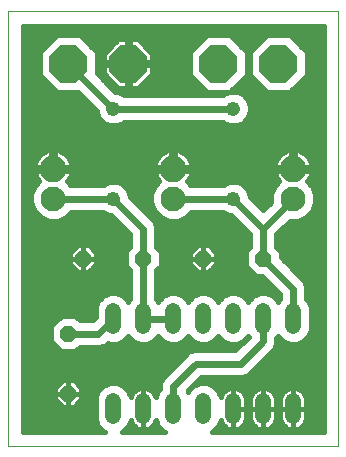
<source format=gtl>
G75*
G70*
%OFA0B0*%
%FSLAX24Y24*%
%IPPOS*%
%LPD*%
%AMOC8*
5,1,8,0,0,1.08239X$1,22.5*
%
%ADD10C,0.0000*%
%ADD11C,0.0520*%
%ADD12C,0.0886*%
%ADD13C,0.0827*%
%ADD14C,0.0476*%
%ADD15OC8,0.0520*%
%ADD16OC8,0.1250*%
%ADD17C,0.0160*%
%ADD18C,0.0240*%
D10*
X000180Y000180D02*
X000180Y014680D01*
X011180Y014680D01*
X011180Y000180D01*
X000180Y000180D01*
D11*
X003680Y001170D02*
X003680Y001690D01*
X004680Y001690D02*
X004680Y001170D01*
X005680Y001170D02*
X005680Y001690D01*
X006680Y001690D02*
X006680Y001170D01*
X007680Y001170D02*
X007680Y001690D01*
X008680Y001690D02*
X008680Y001170D01*
X009680Y001170D02*
X009680Y001690D01*
X009680Y004170D02*
X009680Y004690D01*
X008680Y004690D02*
X008680Y004170D01*
X007680Y004170D02*
X007680Y004690D01*
X006680Y004690D02*
X006680Y004170D01*
X005680Y004170D02*
X005680Y004690D01*
X004680Y004690D02*
X004680Y004170D01*
X003680Y004170D02*
X003680Y004690D01*
D12*
X001680Y009430D03*
X005680Y009430D03*
X009680Y009430D03*
D13*
X009680Y008430D03*
X005680Y008430D03*
X001680Y008430D03*
D14*
X003680Y008430D03*
X003680Y011430D03*
X007680Y011430D03*
X007680Y008430D03*
D15*
X006680Y006430D03*
X004680Y006430D03*
X002680Y006430D03*
X002180Y003930D03*
X002180Y001930D03*
X008680Y006430D03*
D16*
X009180Y012930D03*
X007180Y012930D03*
X004180Y012930D03*
X002180Y012930D03*
D17*
X002794Y013653D02*
X003764Y013653D01*
X003847Y013735D02*
X003375Y013263D01*
X003375Y012980D01*
X004130Y012980D01*
X004130Y013735D01*
X003847Y013735D01*
X003606Y013494D02*
X002952Y013494D01*
X003111Y013336D02*
X003447Y013336D01*
X003375Y013177D02*
X003125Y013177D01*
X003125Y013321D02*
X002571Y013875D01*
X001789Y013875D01*
X001235Y013321D01*
X001235Y012539D01*
X001789Y011985D01*
X002503Y011985D01*
X003122Y011366D01*
X003122Y011319D01*
X003207Y011114D01*
X003364Y010957D01*
X003569Y010872D01*
X003791Y010872D01*
X003996Y010957D01*
X004029Y010990D01*
X007331Y010990D01*
X007364Y010957D01*
X007569Y010872D01*
X007791Y010872D01*
X007996Y010957D01*
X008153Y011114D01*
X008238Y011319D01*
X008238Y011541D01*
X008153Y011746D01*
X007996Y011903D01*
X007791Y011988D01*
X007574Y011988D01*
X008125Y012539D01*
X008125Y013321D01*
X007571Y013875D01*
X006789Y013875D01*
X006235Y013321D01*
X006235Y012539D01*
X006789Y011985D01*
X007562Y011985D01*
X007364Y011903D01*
X007331Y011870D01*
X004029Y011870D01*
X003996Y011903D01*
X003791Y011988D01*
X003744Y011988D01*
X003125Y012607D01*
X003125Y013321D01*
X003125Y013019D02*
X003375Y013019D01*
X003375Y012880D02*
X003375Y012597D01*
X003847Y012125D01*
X004130Y012125D01*
X004130Y012880D01*
X004230Y012880D01*
X004230Y012980D01*
X004985Y012980D01*
X004985Y013263D01*
X004513Y013735D01*
X004230Y013735D01*
X004230Y012980D01*
X004130Y012980D01*
X004130Y012880D01*
X003375Y012880D01*
X003375Y012860D02*
X003125Y012860D01*
X003125Y012702D02*
X003375Y012702D01*
X003429Y012543D02*
X003189Y012543D01*
X003348Y012385D02*
X003587Y012385D01*
X003506Y012226D02*
X003746Y012226D01*
X003665Y012068D02*
X006706Y012068D01*
X006548Y012226D02*
X004614Y012226D01*
X004513Y012125D02*
X004985Y012597D01*
X004985Y012880D01*
X004230Y012880D01*
X004230Y012125D01*
X004513Y012125D01*
X004230Y012226D02*
X004130Y012226D01*
X004130Y012385D02*
X004230Y012385D01*
X004230Y012543D02*
X004130Y012543D01*
X004130Y012702D02*
X004230Y012702D01*
X004230Y012860D02*
X004130Y012860D01*
X004130Y013019D02*
X004230Y013019D01*
X004230Y013177D02*
X004130Y013177D01*
X004130Y013336D02*
X004230Y013336D01*
X004230Y013494D02*
X004130Y013494D01*
X004130Y013653D02*
X004230Y013653D01*
X004596Y013653D02*
X006566Y013653D01*
X006408Y013494D02*
X004754Y013494D01*
X004913Y013336D02*
X006249Y013336D01*
X006235Y013177D02*
X004985Y013177D01*
X004985Y013019D02*
X006235Y013019D01*
X006235Y012860D02*
X004985Y012860D01*
X004985Y012702D02*
X006235Y012702D01*
X006235Y012543D02*
X004931Y012543D01*
X004773Y012385D02*
X006389Y012385D01*
X007379Y011909D02*
X003981Y011909D01*
X003997Y010958D02*
X007363Y010958D01*
X007997Y010958D02*
X010700Y010958D01*
X010700Y010800D02*
X000660Y010800D01*
X000660Y010958D02*
X003363Y010958D01*
X003206Y011117D02*
X000660Y011117D01*
X000660Y011275D02*
X003140Y011275D01*
X003054Y011434D02*
X000660Y011434D01*
X000660Y011592D02*
X002896Y011592D01*
X002737Y011751D02*
X000660Y011751D01*
X000660Y011909D02*
X002579Y011909D01*
X001706Y012068D02*
X000660Y012068D01*
X000660Y012226D02*
X001548Y012226D01*
X001389Y012385D02*
X000660Y012385D01*
X000660Y012543D02*
X001235Y012543D01*
X001235Y012702D02*
X000660Y012702D01*
X000660Y012860D02*
X001235Y012860D01*
X001235Y013019D02*
X000660Y013019D01*
X000660Y013177D02*
X001235Y013177D01*
X001249Y013336D02*
X000660Y013336D01*
X000660Y013494D02*
X001408Y013494D01*
X001566Y013653D02*
X000660Y013653D01*
X000660Y013811D02*
X001725Y013811D01*
X002635Y013811D02*
X006725Y013811D01*
X007635Y013811D02*
X008725Y013811D01*
X008789Y013875D02*
X008235Y013321D01*
X008235Y012539D01*
X008789Y011985D01*
X009571Y011985D01*
X010125Y012539D01*
X010125Y013321D01*
X009571Y013875D01*
X008789Y013875D01*
X008566Y013653D02*
X007794Y013653D01*
X007952Y013494D02*
X008408Y013494D01*
X008249Y013336D02*
X008111Y013336D01*
X008125Y013177D02*
X008235Y013177D01*
X008235Y013019D02*
X008125Y013019D01*
X008125Y012860D02*
X008235Y012860D01*
X008235Y012702D02*
X008125Y012702D01*
X008125Y012543D02*
X008235Y012543D01*
X008389Y012385D02*
X007971Y012385D01*
X007812Y012226D02*
X008548Y012226D01*
X008706Y012068D02*
X007654Y012068D01*
X007981Y011909D02*
X010700Y011909D01*
X010700Y011751D02*
X008148Y011751D01*
X008217Y011592D02*
X010700Y011592D01*
X010700Y011434D02*
X008238Y011434D01*
X008220Y011275D02*
X010700Y011275D01*
X010700Y011117D02*
X008154Y011117D01*
X009205Y009836D02*
X009147Y009756D01*
X009103Y009669D01*
X009072Y009576D01*
X009060Y009498D01*
X009612Y009498D01*
X009612Y009362D01*
X009060Y009362D01*
X009072Y009284D01*
X009103Y009191D01*
X009147Y009104D01*
X009205Y009024D01*
X009221Y009008D01*
X009058Y008845D01*
X008947Y008576D01*
X008947Y008319D01*
X008680Y008052D01*
X008238Y008494D01*
X008238Y008541D01*
X008153Y008746D01*
X007996Y008903D01*
X007791Y008988D01*
X007569Y008988D01*
X007364Y008903D01*
X007331Y008870D01*
X006277Y008870D01*
X006139Y009008D01*
X006155Y009024D01*
X006213Y009104D01*
X006257Y009191D01*
X006288Y009284D01*
X006300Y009362D01*
X005748Y009362D01*
X005748Y009498D01*
X005612Y009498D01*
X005612Y009362D01*
X005060Y009362D01*
X005072Y009284D01*
X005103Y009191D01*
X005147Y009104D01*
X005205Y009024D01*
X005221Y009008D01*
X005058Y008845D01*
X004947Y008576D01*
X004947Y008284D01*
X005058Y008015D01*
X005265Y007808D01*
X005534Y007697D01*
X005826Y007697D01*
X006095Y007808D01*
X006277Y007990D01*
X007331Y007990D01*
X007364Y007957D01*
X007569Y007872D01*
X007616Y007872D01*
X008240Y007248D01*
X008240Y006810D01*
X008100Y006670D01*
X008100Y006190D01*
X008440Y005850D01*
X008638Y005850D01*
X009240Y005248D01*
X009240Y005070D01*
X009188Y005019D01*
X009180Y004999D01*
X009172Y005019D01*
X009009Y005182D01*
X008795Y005270D01*
X008565Y005270D01*
X008351Y005182D01*
X008188Y005019D01*
X008180Y004999D01*
X008172Y005019D01*
X008009Y005182D01*
X007795Y005270D01*
X007565Y005270D01*
X007351Y005182D01*
X007188Y005019D01*
X007180Y004999D01*
X007172Y005019D01*
X007009Y005182D01*
X006795Y005270D01*
X006565Y005270D01*
X006351Y005182D01*
X006188Y005019D01*
X006180Y004999D01*
X006172Y005019D01*
X006009Y005182D01*
X005795Y005270D01*
X005565Y005270D01*
X005351Y005182D01*
X005188Y005019D01*
X005180Y004999D01*
X005172Y005019D01*
X005120Y005070D01*
X005120Y006050D01*
X005260Y006190D01*
X005260Y006670D01*
X005120Y006810D01*
X005120Y007518D01*
X005053Y007679D01*
X004238Y008494D01*
X004238Y008541D01*
X004153Y008746D01*
X003996Y008903D01*
X003791Y008988D01*
X003569Y008988D01*
X003364Y008903D01*
X003331Y008870D01*
X002277Y008870D01*
X002139Y009008D01*
X002155Y009024D01*
X002213Y009104D01*
X002257Y009191D01*
X002288Y009284D01*
X002300Y009362D01*
X001748Y009362D01*
X001748Y009498D01*
X001612Y009498D01*
X001612Y009362D01*
X001060Y009362D01*
X001072Y009284D01*
X001103Y009191D01*
X001147Y009104D01*
X001205Y009024D01*
X001221Y009008D01*
X001058Y008845D01*
X000947Y008576D01*
X000947Y008284D01*
X001058Y008015D01*
X001265Y007808D01*
X001534Y007697D01*
X001826Y007697D01*
X002095Y007808D01*
X002277Y007990D01*
X003331Y007990D01*
X003364Y007957D01*
X003569Y007872D01*
X003616Y007872D01*
X004240Y007248D01*
X004240Y006810D01*
X004100Y006670D01*
X004100Y006190D01*
X004240Y006050D01*
X004240Y005070D01*
X004188Y005019D01*
X004180Y004999D01*
X004172Y005019D01*
X004009Y005182D01*
X003795Y005270D01*
X003565Y005270D01*
X003351Y005182D01*
X003188Y005019D01*
X003100Y004805D01*
X003100Y004472D01*
X002998Y004370D01*
X002560Y004370D01*
X002420Y004510D01*
X001940Y004510D01*
X001600Y004170D01*
X001600Y003690D01*
X001940Y003350D01*
X002420Y003350D01*
X002560Y003490D01*
X003268Y003490D01*
X003429Y003557D01*
X003492Y003620D01*
X003565Y003590D01*
X003795Y003590D01*
X004009Y003678D01*
X004172Y003841D01*
X004180Y003861D01*
X004188Y003841D01*
X004351Y003678D01*
X004565Y003590D01*
X004795Y003590D01*
X005009Y003678D01*
X005172Y003841D01*
X005180Y003861D01*
X005188Y003841D01*
X005351Y003678D01*
X005565Y003590D01*
X005795Y003590D01*
X006009Y003678D01*
X006172Y003841D01*
X006180Y003861D01*
X006188Y003841D01*
X006351Y003678D01*
X006565Y003590D01*
X006795Y003590D01*
X007009Y003678D01*
X007172Y003841D01*
X007180Y003861D01*
X007188Y003841D01*
X007351Y003678D01*
X007565Y003590D01*
X007795Y003590D01*
X008009Y003678D01*
X008172Y003841D01*
X008180Y003861D01*
X008188Y003841D01*
X008204Y003826D01*
X007748Y003370D01*
X006342Y003370D01*
X006181Y003303D01*
X006057Y003179D01*
X005307Y002429D01*
X005240Y002268D01*
X005240Y002070D01*
X005188Y002019D01*
X005103Y001812D01*
X005088Y001859D01*
X005056Y001921D01*
X005016Y001977D01*
X004967Y002026D01*
X004911Y002066D01*
X004849Y002098D01*
X004783Y002119D01*
X004715Y002130D01*
X004680Y002130D01*
X004680Y001430D01*
X004680Y001430D01*
X004680Y000730D01*
X004715Y000730D01*
X004783Y000741D01*
X004849Y000762D01*
X004911Y000794D01*
X004967Y000834D01*
X005016Y000883D01*
X005056Y000939D01*
X005088Y001001D01*
X005103Y001048D01*
X005188Y000841D01*
X005351Y000678D01*
X005396Y000660D01*
X003964Y000660D01*
X004009Y000678D01*
X004172Y000841D01*
X004257Y001048D01*
X004272Y001001D01*
X004304Y000939D01*
X004344Y000883D01*
X004393Y000834D01*
X004449Y000794D01*
X004511Y000762D01*
X004577Y000741D01*
X004645Y000730D01*
X004680Y000730D01*
X004680Y001430D01*
X004680Y001430D01*
X004680Y002130D01*
X004645Y002130D01*
X004577Y002119D01*
X004511Y002098D01*
X004449Y002066D01*
X004393Y002026D01*
X004344Y001977D01*
X004304Y001921D01*
X004272Y001859D01*
X004257Y001812D01*
X004172Y002019D01*
X004009Y002182D01*
X003795Y002270D01*
X003565Y002270D01*
X003351Y002182D01*
X003188Y002019D01*
X003100Y001805D01*
X003100Y001055D01*
X003188Y000841D01*
X003351Y000678D01*
X003396Y000660D01*
X000660Y000660D01*
X000660Y014200D01*
X010700Y014200D01*
X010700Y000660D01*
X006964Y000660D01*
X007009Y000678D01*
X007172Y000841D01*
X007257Y001048D01*
X007272Y001001D01*
X007304Y000939D01*
X007344Y000883D01*
X007393Y000834D01*
X007449Y000794D01*
X007511Y000762D01*
X007577Y000741D01*
X007645Y000730D01*
X007680Y000730D01*
X007715Y000730D01*
X007783Y000741D01*
X007849Y000762D01*
X007911Y000794D01*
X007967Y000834D01*
X008016Y000883D01*
X008056Y000939D01*
X008088Y001001D01*
X008109Y001067D01*
X008120Y001135D01*
X008120Y001430D01*
X008120Y001725D01*
X008109Y001793D01*
X008088Y001859D01*
X008056Y001921D01*
X008016Y001977D01*
X007967Y002026D01*
X007911Y002066D01*
X007849Y002098D01*
X007783Y002119D01*
X007715Y002130D01*
X007680Y002130D01*
X007680Y001430D01*
X007680Y001430D01*
X008120Y001430D01*
X007680Y001430D01*
X007680Y001430D01*
X007680Y002130D01*
X007645Y002130D01*
X007577Y002119D01*
X007511Y002098D01*
X007449Y002066D01*
X007393Y002026D01*
X007344Y001977D01*
X007304Y001921D01*
X007272Y001859D01*
X007257Y001812D01*
X007172Y002019D01*
X007009Y002182D01*
X006795Y002270D01*
X006565Y002270D01*
X006351Y002182D01*
X006188Y002019D01*
X006180Y001999D01*
X006172Y002019D01*
X006156Y002034D01*
X006612Y002490D01*
X008018Y002490D01*
X008179Y002557D01*
X008929Y003307D01*
X009053Y003431D01*
X009120Y003592D01*
X009120Y003790D01*
X009172Y003841D01*
X009180Y003861D01*
X009188Y003841D01*
X009351Y003678D01*
X009565Y003590D01*
X009795Y003590D01*
X010009Y003678D01*
X010172Y003841D01*
X010260Y004055D01*
X010260Y004805D01*
X010172Y005019D01*
X010120Y005070D01*
X010120Y005518D01*
X010053Y005679D01*
X009260Y006472D01*
X009260Y006670D01*
X009120Y006810D01*
X009120Y007248D01*
X009569Y007697D01*
X009826Y007697D01*
X010095Y007808D01*
X010302Y008015D01*
X010413Y008284D01*
X010413Y008576D01*
X010302Y008845D01*
X010139Y009008D01*
X010155Y009024D01*
X010213Y009104D01*
X010257Y009191D01*
X010288Y009284D01*
X010300Y009362D01*
X009748Y009362D01*
X009748Y009498D01*
X009612Y009498D01*
X009612Y010050D01*
X009534Y010038D01*
X009441Y010007D01*
X009354Y009963D01*
X009274Y009905D01*
X009205Y009836D01*
X009218Y009849D02*
X006142Y009849D01*
X006155Y009836D02*
X006086Y009905D01*
X006006Y009963D01*
X005919Y010007D01*
X005826Y010038D01*
X005748Y010050D01*
X005748Y009498D01*
X006300Y009498D01*
X006288Y009576D01*
X006257Y009669D01*
X006213Y009756D01*
X006155Y009836D01*
X006247Y009690D02*
X009113Y009690D01*
X009065Y009532D02*
X006295Y009532D01*
X006265Y009215D02*
X009095Y009215D01*
X009182Y009056D02*
X006178Y009056D01*
X006250Y008898D02*
X007359Y008898D01*
X008001Y008898D02*
X009110Y008898D01*
X009014Y008739D02*
X008156Y008739D01*
X008221Y008581D02*
X008949Y008581D01*
X008947Y008422D02*
X008310Y008422D01*
X008469Y008264D02*
X008891Y008264D01*
X008733Y008105D02*
X008627Y008105D01*
X008017Y007471D02*
X005120Y007471D01*
X005120Y007313D02*
X008175Y007313D01*
X008240Y007154D02*
X005120Y007154D01*
X005120Y006996D02*
X008240Y006996D01*
X008240Y006837D02*
X006895Y006837D01*
X006862Y006870D02*
X006680Y006870D01*
X006680Y006430D01*
X007120Y006430D01*
X007120Y006612D01*
X006862Y006870D01*
X006680Y006870D02*
X006498Y006870D01*
X006240Y006612D01*
X006240Y006430D01*
X006680Y006430D01*
X006680Y006430D01*
X006680Y006430D01*
X007120Y006430D01*
X007120Y006248D01*
X006862Y005990D01*
X006680Y005990D01*
X006680Y006430D01*
X006680Y006430D01*
X006680Y006430D01*
X006680Y006870D01*
X006680Y006837D02*
X006680Y006837D01*
X006680Y006679D02*
X006680Y006679D01*
X006680Y006520D02*
X006680Y006520D01*
X006680Y006430D02*
X006240Y006430D01*
X006240Y006248D01*
X006498Y005990D01*
X006680Y005990D01*
X006680Y006430D01*
X006680Y006362D02*
X006680Y006362D01*
X006680Y006203D02*
X006680Y006203D01*
X006680Y006045D02*
X006680Y006045D01*
X006917Y006045D02*
X008245Y006045D01*
X008100Y006203D02*
X007075Y006203D01*
X007120Y006362D02*
X008100Y006362D01*
X008100Y006520D02*
X007120Y006520D01*
X007054Y006679D02*
X008108Y006679D01*
X008404Y005886D02*
X005120Y005886D01*
X005120Y005728D02*
X008760Y005728D01*
X008919Y005569D02*
X005120Y005569D01*
X005120Y005411D02*
X009077Y005411D01*
X009236Y005252D02*
X008839Y005252D01*
X008521Y005252D02*
X007839Y005252D01*
X008097Y005094D02*
X008263Y005094D01*
X007521Y005252D02*
X006839Y005252D01*
X007097Y005094D02*
X007263Y005094D01*
X006521Y005252D02*
X005839Y005252D01*
X006097Y005094D02*
X006263Y005094D01*
X006443Y006045D02*
X005120Y006045D01*
X005260Y006203D02*
X006285Y006203D01*
X006240Y006362D02*
X005260Y006362D01*
X005260Y006520D02*
X006240Y006520D01*
X006306Y006679D02*
X005252Y006679D01*
X005120Y006837D02*
X006465Y006837D01*
X006047Y007788D02*
X007700Y007788D01*
X007858Y007630D02*
X005074Y007630D01*
X004944Y007788D02*
X005313Y007788D01*
X005126Y007947D02*
X004786Y007947D01*
X004627Y008105D02*
X005021Y008105D01*
X004955Y008264D02*
X004469Y008264D01*
X004310Y008422D02*
X004947Y008422D01*
X004949Y008581D02*
X004221Y008581D01*
X004156Y008739D02*
X005014Y008739D01*
X005110Y008898D02*
X004001Y008898D01*
X003359Y008898D02*
X002250Y008898D01*
X002178Y009056D02*
X005182Y009056D01*
X005095Y009215D02*
X002265Y009215D01*
X002300Y009498D02*
X002288Y009576D01*
X002257Y009669D01*
X002213Y009756D01*
X002155Y009836D01*
X002086Y009905D01*
X002006Y009963D01*
X001919Y010007D01*
X001826Y010038D01*
X001748Y010050D01*
X001748Y009498D01*
X002300Y009498D01*
X002295Y009532D02*
X005065Y009532D01*
X005060Y009498D02*
X005072Y009576D01*
X005103Y009669D01*
X005147Y009756D01*
X005205Y009836D01*
X005274Y009905D01*
X005354Y009963D01*
X005441Y010007D01*
X005534Y010038D01*
X005612Y010050D01*
X005612Y009498D01*
X005060Y009498D01*
X005113Y009690D02*
X002247Y009690D01*
X002142Y009849D02*
X005218Y009849D01*
X005440Y010007D02*
X001920Y010007D01*
X001748Y010007D02*
X001612Y010007D01*
X001612Y010050D02*
X001534Y010038D01*
X001441Y010007D01*
X001354Y009963D01*
X001274Y009905D01*
X001205Y009836D01*
X001147Y009756D01*
X001103Y009669D01*
X001072Y009576D01*
X001060Y009498D01*
X001612Y009498D01*
X001612Y010050D01*
X001612Y009849D02*
X001748Y009849D01*
X001748Y009690D02*
X001612Y009690D01*
X001612Y009532D02*
X001748Y009532D01*
X001748Y009373D02*
X005612Y009373D01*
X005748Y009373D02*
X009612Y009373D01*
X009748Y009373D02*
X010700Y009373D01*
X010700Y009215D02*
X010265Y009215D01*
X010300Y009498D02*
X010288Y009576D01*
X010257Y009669D01*
X010213Y009756D01*
X010155Y009836D01*
X010086Y009905D01*
X010006Y009963D01*
X009919Y010007D01*
X009826Y010038D01*
X009748Y010050D01*
X009748Y009498D01*
X010300Y009498D01*
X010295Y009532D02*
X010700Y009532D01*
X010700Y009690D02*
X010247Y009690D01*
X010142Y009849D02*
X010700Y009849D01*
X010700Y010007D02*
X009920Y010007D01*
X009748Y010007D02*
X009612Y010007D01*
X009612Y009849D02*
X009748Y009849D01*
X009748Y009690D02*
X009612Y009690D01*
X009612Y009532D02*
X009748Y009532D01*
X009440Y010007D02*
X005920Y010007D01*
X005748Y010007D02*
X005612Y010007D01*
X005612Y009849D02*
X005748Y009849D01*
X005748Y009690D02*
X005612Y009690D01*
X005612Y009532D02*
X005748Y009532D01*
X006234Y007947D02*
X007390Y007947D01*
X009120Y007154D02*
X010700Y007154D01*
X010700Y006996D02*
X009120Y006996D01*
X009120Y006837D02*
X010700Y006837D01*
X010700Y006679D02*
X009252Y006679D01*
X009260Y006520D02*
X010700Y006520D01*
X010700Y006362D02*
X009371Y006362D01*
X009529Y006203D02*
X010700Y006203D01*
X010700Y006045D02*
X009688Y006045D01*
X009846Y005886D02*
X010700Y005886D01*
X010700Y005728D02*
X010005Y005728D01*
X010099Y005569D02*
X010700Y005569D01*
X010700Y005411D02*
X010120Y005411D01*
X010120Y005252D02*
X010700Y005252D01*
X010700Y005094D02*
X010120Y005094D01*
X010206Y004935D02*
X010700Y004935D01*
X010700Y004777D02*
X010260Y004777D01*
X010260Y004618D02*
X010700Y004618D01*
X010700Y004460D02*
X010260Y004460D01*
X010260Y004301D02*
X010700Y004301D01*
X010700Y004143D02*
X010260Y004143D01*
X010231Y003984D02*
X010700Y003984D01*
X010700Y003826D02*
X010156Y003826D01*
X009981Y003667D02*
X010700Y003667D01*
X010700Y003509D02*
X009085Y003509D01*
X009120Y003667D02*
X009379Y003667D01*
X009204Y003826D02*
X009156Y003826D01*
X008972Y003350D02*
X010700Y003350D01*
X010700Y003192D02*
X008814Y003192D01*
X008655Y003033D02*
X010700Y003033D01*
X010700Y002875D02*
X008497Y002875D01*
X008338Y002716D02*
X010700Y002716D01*
X010700Y002558D02*
X008180Y002558D01*
X008449Y002066D02*
X008511Y002098D01*
X008577Y002119D01*
X008645Y002130D01*
X008680Y002130D01*
X008680Y001430D01*
X009120Y001430D01*
X009120Y001725D01*
X009109Y001793D01*
X009088Y001859D01*
X009056Y001921D01*
X009016Y001977D01*
X008967Y002026D01*
X008911Y002066D01*
X008849Y002098D01*
X008783Y002119D01*
X008715Y002130D01*
X008680Y002130D01*
X008680Y001430D01*
X008680Y001430D01*
X008680Y001430D01*
X009120Y001430D01*
X009120Y001135D01*
X009109Y001067D01*
X009088Y001001D01*
X009056Y000939D01*
X009016Y000883D01*
X008967Y000834D01*
X008911Y000794D01*
X008849Y000762D01*
X008783Y000741D01*
X008715Y000730D01*
X008680Y000730D01*
X008680Y001430D01*
X008680Y001430D01*
X008680Y001430D01*
X008240Y001430D01*
X008240Y001725D01*
X008251Y001793D01*
X008272Y001859D01*
X008304Y001921D01*
X008344Y001977D01*
X008393Y002026D01*
X008449Y002066D01*
X008480Y002082D02*
X007880Y002082D01*
X007680Y002082D02*
X007680Y002082D01*
X007680Y001924D02*
X007680Y001924D01*
X007680Y001765D02*
X007680Y001765D01*
X007680Y001607D02*
X007680Y001607D01*
X007680Y001448D02*
X007680Y001448D01*
X007680Y001430D02*
X007680Y000730D01*
X007680Y001430D01*
X007680Y001430D01*
X007680Y001290D02*
X007680Y001290D01*
X007680Y001131D02*
X007680Y001131D01*
X007680Y000973D02*
X007680Y000973D01*
X007680Y000814D02*
X007680Y000814D01*
X007939Y000814D02*
X008421Y000814D01*
X008393Y000834D02*
X008449Y000794D01*
X008511Y000762D01*
X008577Y000741D01*
X008645Y000730D01*
X008680Y000730D01*
X008680Y001430D01*
X008240Y001430D01*
X008240Y001135D01*
X008251Y001067D01*
X008272Y001001D01*
X008304Y000939D01*
X008344Y000883D01*
X008393Y000834D01*
X008287Y000973D02*
X008073Y000973D01*
X008119Y001131D02*
X008241Y001131D01*
X008240Y001290D02*
X008120Y001290D01*
X008120Y001448D02*
X008240Y001448D01*
X008240Y001607D02*
X008120Y001607D01*
X008114Y001765D02*
X008246Y001765D01*
X008306Y001924D02*
X008054Y001924D01*
X007480Y002082D02*
X007108Y002082D01*
X007211Y001924D02*
X007306Y001924D01*
X006867Y002241D02*
X010700Y002241D01*
X010700Y002399D02*
X006521Y002399D01*
X006493Y002241D02*
X006363Y002241D01*
X006252Y002082D02*
X006204Y002082D01*
X005594Y002716D02*
X000660Y002716D01*
X000660Y002558D02*
X005435Y002558D01*
X005294Y002399D02*
X000660Y002399D01*
X000660Y002241D02*
X001868Y002241D01*
X001740Y002112D02*
X001740Y001930D01*
X002180Y001930D01*
X002180Y001930D01*
X002180Y002370D01*
X002362Y002370D01*
X002620Y002112D01*
X002620Y001930D01*
X002180Y001930D01*
X002180Y001930D01*
X002180Y001930D01*
X002180Y002370D01*
X001998Y002370D01*
X001740Y002112D01*
X001740Y002082D02*
X000660Y002082D01*
X000660Y001924D02*
X001740Y001924D01*
X001740Y001930D02*
X001740Y001748D01*
X001998Y001490D01*
X002180Y001490D01*
X002362Y001490D01*
X002620Y001748D01*
X002620Y001930D01*
X002180Y001930D01*
X002180Y001490D01*
X002180Y001930D01*
X002180Y001930D01*
X001740Y001930D01*
X001740Y001765D02*
X000660Y001765D01*
X000660Y001607D02*
X001881Y001607D01*
X002180Y001607D02*
X002180Y001607D01*
X002180Y001765D02*
X002180Y001765D01*
X002180Y001924D02*
X002180Y001924D01*
X002180Y002082D02*
X002180Y002082D01*
X002180Y002241D02*
X002180Y002241D01*
X002492Y002241D02*
X003493Y002241D01*
X003252Y002082D02*
X002620Y002082D01*
X002620Y001924D02*
X003149Y001924D01*
X003100Y001765D02*
X002620Y001765D01*
X002479Y001607D02*
X003100Y001607D01*
X003100Y001448D02*
X000660Y001448D01*
X000660Y001290D02*
X003100Y001290D01*
X003100Y001131D02*
X000660Y001131D01*
X000660Y000973D02*
X003134Y000973D01*
X003216Y000814D02*
X000660Y000814D01*
X000660Y002875D02*
X005752Y002875D01*
X005911Y003033D02*
X000660Y003033D01*
X000660Y003192D02*
X006069Y003192D01*
X006294Y003350D02*
X002420Y003350D01*
X001940Y003350D02*
X000660Y003350D01*
X000660Y003509D02*
X001781Y003509D01*
X001623Y003667D02*
X000660Y003667D01*
X000660Y003826D02*
X001600Y003826D01*
X001600Y003984D02*
X000660Y003984D01*
X000660Y004143D02*
X001600Y004143D01*
X001731Y004301D02*
X000660Y004301D01*
X000660Y004460D02*
X001889Y004460D01*
X002471Y004460D02*
X003087Y004460D01*
X003100Y004618D02*
X000660Y004618D01*
X000660Y004777D02*
X003100Y004777D01*
X003154Y004935D02*
X000660Y004935D01*
X000660Y005094D02*
X003263Y005094D01*
X003521Y005252D02*
X000660Y005252D01*
X000660Y005411D02*
X004240Y005411D01*
X004240Y005569D02*
X000660Y005569D01*
X000660Y005728D02*
X004240Y005728D01*
X004240Y005886D02*
X000660Y005886D01*
X000660Y006045D02*
X002443Y006045D01*
X002498Y005990D02*
X002680Y005990D01*
X002862Y005990D01*
X003120Y006248D01*
X003120Y006430D01*
X003120Y006612D01*
X002862Y006870D01*
X002680Y006870D01*
X002680Y006430D01*
X003120Y006430D01*
X002680Y006430D01*
X002680Y006430D01*
X002680Y006430D01*
X002680Y005990D01*
X002680Y006430D01*
X002680Y006430D01*
X002680Y006430D01*
X002240Y006430D01*
X002240Y006612D01*
X002498Y006870D01*
X002680Y006870D01*
X002680Y006430D01*
X002240Y006430D01*
X002240Y006248D01*
X002498Y005990D01*
X002285Y006203D02*
X000660Y006203D01*
X000660Y006362D02*
X002240Y006362D01*
X002240Y006520D02*
X000660Y006520D01*
X000660Y006679D02*
X002306Y006679D01*
X002465Y006837D02*
X000660Y006837D01*
X000660Y006996D02*
X004240Y006996D01*
X004240Y007154D02*
X000660Y007154D01*
X000660Y007313D02*
X004175Y007313D01*
X004017Y007471D02*
X000660Y007471D01*
X000660Y007630D02*
X003858Y007630D01*
X003700Y007788D02*
X002047Y007788D01*
X002234Y007947D02*
X003390Y007947D01*
X002895Y006837D02*
X004240Y006837D01*
X004108Y006679D02*
X003054Y006679D01*
X003120Y006520D02*
X004100Y006520D01*
X004100Y006362D02*
X003120Y006362D01*
X003075Y006203D02*
X004100Y006203D01*
X004240Y006045D02*
X002917Y006045D01*
X002680Y006045D02*
X002680Y006045D01*
X002680Y006203D02*
X002680Y006203D01*
X002680Y006362D02*
X002680Y006362D01*
X002680Y006520D02*
X002680Y006520D01*
X002680Y006679D02*
X002680Y006679D01*
X002680Y006837D02*
X002680Y006837D01*
X003839Y005252D02*
X004240Y005252D01*
X004240Y005094D02*
X004097Y005094D01*
X005120Y005094D02*
X005263Y005094D01*
X005120Y005252D02*
X005521Y005252D01*
X005204Y003826D02*
X005156Y003826D01*
X004981Y003667D02*
X005379Y003667D01*
X005981Y003667D02*
X006379Y003667D01*
X006204Y003826D02*
X006156Y003826D01*
X006981Y003667D02*
X007379Y003667D01*
X007204Y003826D02*
X007156Y003826D01*
X007886Y003509D02*
X003312Y003509D01*
X003981Y003667D02*
X004379Y003667D01*
X004204Y003826D02*
X004156Y003826D01*
X003867Y002241D02*
X005240Y002241D01*
X005240Y002082D02*
X004880Y002082D01*
X004680Y002082D02*
X004680Y002082D01*
X004680Y001924D02*
X004680Y001924D01*
X004680Y001765D02*
X004680Y001765D01*
X004680Y001607D02*
X004680Y001607D01*
X004680Y001448D02*
X004680Y001448D01*
X004680Y001290D02*
X004680Y001290D01*
X004680Y001131D02*
X004680Y001131D01*
X004680Y000973D02*
X004680Y000973D01*
X004680Y000814D02*
X004680Y000814D01*
X004939Y000814D02*
X005216Y000814D01*
X005134Y000973D02*
X005073Y000973D01*
X004421Y000814D02*
X004144Y000814D01*
X004226Y000973D02*
X004287Y000973D01*
X004306Y001924D02*
X004211Y001924D01*
X004108Y002082D02*
X004480Y002082D01*
X005054Y001924D02*
X005149Y001924D01*
X007144Y000814D02*
X007421Y000814D01*
X007287Y000973D02*
X007226Y000973D01*
X008680Y000973D02*
X008680Y000973D01*
X008680Y001131D02*
X008680Y001131D01*
X008680Y001290D02*
X008680Y001290D01*
X008680Y001448D02*
X008680Y001448D01*
X008680Y001607D02*
X008680Y001607D01*
X008680Y001765D02*
X008680Y001765D01*
X008680Y001924D02*
X008680Y001924D01*
X008680Y002082D02*
X008680Y002082D01*
X008880Y002082D02*
X009480Y002082D01*
X009511Y002098D02*
X009449Y002066D01*
X009393Y002026D01*
X009344Y001977D01*
X009304Y001921D01*
X009272Y001859D01*
X009251Y001793D01*
X009240Y001725D01*
X009240Y001430D01*
X009680Y001430D01*
X010120Y001430D01*
X010120Y001725D01*
X010109Y001793D01*
X010088Y001859D01*
X010056Y001921D01*
X010016Y001977D01*
X009967Y002026D01*
X009911Y002066D01*
X009849Y002098D01*
X009783Y002119D01*
X009715Y002130D01*
X009680Y002130D01*
X009680Y001430D01*
X009680Y001430D01*
X009680Y001430D01*
X010120Y001430D01*
X010120Y001135D01*
X010109Y001067D01*
X010088Y001001D01*
X010056Y000939D01*
X010016Y000883D01*
X009967Y000834D01*
X009911Y000794D01*
X009849Y000762D01*
X009783Y000741D01*
X009715Y000730D01*
X009680Y000730D01*
X009680Y001430D01*
X009680Y001430D01*
X009680Y001430D01*
X009680Y002130D01*
X009645Y002130D01*
X009577Y002119D01*
X009511Y002098D01*
X009680Y002082D02*
X009680Y002082D01*
X009880Y002082D02*
X010700Y002082D01*
X010700Y001924D02*
X010054Y001924D01*
X010114Y001765D02*
X010700Y001765D01*
X010700Y001607D02*
X010120Y001607D01*
X010120Y001448D02*
X010700Y001448D01*
X010700Y001290D02*
X010120Y001290D01*
X010119Y001131D02*
X010700Y001131D01*
X010700Y000973D02*
X010073Y000973D01*
X009939Y000814D02*
X010700Y000814D01*
X009680Y000814D02*
X009680Y000814D01*
X009680Y000730D02*
X009645Y000730D01*
X009577Y000741D01*
X009511Y000762D01*
X009449Y000794D01*
X009393Y000834D01*
X009344Y000883D01*
X009304Y000939D01*
X009272Y001001D01*
X009251Y001067D01*
X009240Y001135D01*
X009240Y001430D01*
X009680Y001430D01*
X009680Y000730D01*
X009680Y000973D02*
X009680Y000973D01*
X009680Y001131D02*
X009680Y001131D01*
X009680Y001290D02*
X009680Y001290D01*
X009680Y001448D02*
X009680Y001448D01*
X009680Y001607D02*
X009680Y001607D01*
X009680Y001765D02*
X009680Y001765D01*
X009680Y001924D02*
X009680Y001924D01*
X009306Y001924D02*
X009054Y001924D01*
X009114Y001765D02*
X009246Y001765D01*
X009240Y001607D02*
X009120Y001607D01*
X009120Y001448D02*
X009240Y001448D01*
X009240Y001290D02*
X009120Y001290D01*
X009119Y001131D02*
X009241Y001131D01*
X009287Y000973D02*
X009073Y000973D01*
X008939Y000814D02*
X009421Y000814D01*
X008680Y000814D02*
X008680Y000814D01*
X008045Y003667D02*
X007981Y003667D01*
X008156Y003826D02*
X008203Y003826D01*
X009097Y005094D02*
X009240Y005094D01*
X009185Y007313D02*
X010700Y007313D01*
X010700Y007471D02*
X009343Y007471D01*
X009502Y007630D02*
X010700Y007630D01*
X010700Y007788D02*
X010047Y007788D01*
X010234Y007947D02*
X010700Y007947D01*
X010700Y008105D02*
X010339Y008105D01*
X010405Y008264D02*
X010700Y008264D01*
X010700Y008422D02*
X010413Y008422D01*
X010411Y008581D02*
X010700Y008581D01*
X010700Y008739D02*
X010346Y008739D01*
X010250Y008898D02*
X010700Y008898D01*
X010700Y009056D02*
X010178Y009056D01*
X010700Y010166D02*
X000660Y010166D01*
X000660Y010324D02*
X010700Y010324D01*
X010700Y010483D02*
X000660Y010483D01*
X000660Y010641D02*
X010700Y010641D01*
X010700Y012068D02*
X009654Y012068D01*
X009812Y012226D02*
X010700Y012226D01*
X010700Y012385D02*
X009971Y012385D01*
X010125Y012543D02*
X010700Y012543D01*
X010700Y012702D02*
X010125Y012702D01*
X010125Y012860D02*
X010700Y012860D01*
X010700Y013019D02*
X010125Y013019D01*
X010125Y013177D02*
X010700Y013177D01*
X010700Y013336D02*
X010111Y013336D01*
X009952Y013494D02*
X010700Y013494D01*
X010700Y013653D02*
X009794Y013653D01*
X009635Y013811D02*
X010700Y013811D01*
X010700Y013970D02*
X000660Y013970D01*
X000660Y014128D02*
X010700Y014128D01*
X001612Y009373D02*
X000660Y009373D01*
X000660Y009215D02*
X001095Y009215D01*
X001182Y009056D02*
X000660Y009056D01*
X000660Y008898D02*
X001110Y008898D01*
X001014Y008739D02*
X000660Y008739D01*
X000660Y008581D02*
X000949Y008581D01*
X000947Y008422D02*
X000660Y008422D01*
X000660Y008264D02*
X000955Y008264D01*
X001021Y008105D02*
X000660Y008105D01*
X000660Y007947D02*
X001126Y007947D01*
X001313Y007788D02*
X000660Y007788D01*
X000660Y009532D02*
X001065Y009532D01*
X001113Y009690D02*
X000660Y009690D01*
X000660Y009849D02*
X001218Y009849D01*
X001440Y010007D02*
X000660Y010007D01*
D18*
X001680Y008430D02*
X003680Y008430D01*
X004680Y007430D01*
X004680Y006430D01*
X004680Y004430D01*
X005680Y004430D01*
X006430Y002930D02*
X007930Y002930D01*
X008680Y003680D01*
X008680Y004430D01*
X009680Y004430D02*
X009680Y005430D01*
X008680Y006430D01*
X008680Y007430D01*
X007680Y008430D01*
X005680Y008430D01*
X003680Y011430D02*
X007680Y011430D01*
X009680Y008430D02*
X008680Y007430D01*
X006430Y002930D02*
X005680Y002180D01*
X005680Y001430D01*
X003180Y003930D02*
X003680Y004430D01*
X003180Y003930D02*
X002180Y003930D01*
X003680Y011430D02*
X002180Y012930D01*
M02*

</source>
